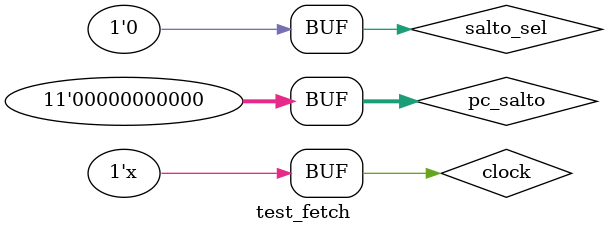
<source format=v>
`timescale 1ns / 1ps


module test_fetch;

	// Inputs
	reg [10:0] pc_salto;
	reg clock;
	reg salto_sel;

	// Outputs
	wire [10:0] pc;
	wire [31:0] instruccion;

	// Instantiate the Unit Under Test (UUT)
	instruction_fetch uut (
		.pc_salto(pc_salto), 
		.clock(clock), 
		.salto_sel(salto_sel), 
		.pc(pc), 
		.instruccion(instruccion)
	);
	
	always #1 clock = ~clock;
	
	initial begin
		// Initialize Inputs
		pc_salto = 0;
		clock = 0;
		salto_sel = 0;

		// Wait 100 ns for global reset to finish
		#300;
        
		// Add stimulus here

	end
      
endmodule


</source>
